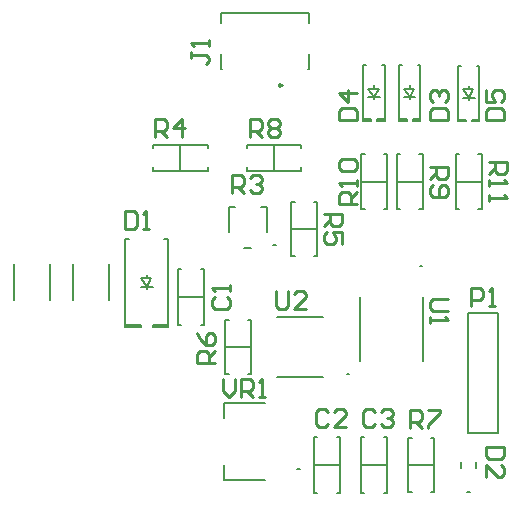
<source format=gto>
G04*
G04 #@! TF.GenerationSoftware,Altium Limited,Altium Designer,21.0.9 (235)*
G04*
G04 Layer_Color=65535*
%FSLAX25Y25*%
%MOIN*%
G70*
G04*
G04 #@! TF.SameCoordinates,00BE4CDB-2B82-4C1F-9587-948FEC39E08D*
G04*
G04*
G04 #@! TF.FilePolarity,Positive*
G04*
G01*
G75*
%ADD10C,0.00984*%
%ADD11C,0.00787*%
%ADD12C,0.00500*%
%ADD13C,0.00591*%
%ADD14C,0.01000*%
D10*
X217224Y376673D02*
X216486Y377099D01*
Y376247D01*
X217224Y376673D01*
D11*
X264114Y316299D02*
X263327D01*
X264114D01*
X223228Y248819D02*
X222441D01*
X223228D01*
X239724Y280295D02*
X238937D01*
X239724D01*
X279921Y240945D02*
X279134D01*
X279921D01*
X215158Y323425D02*
X214370D01*
X215158D01*
X279449Y300590D02*
X289449D01*
Y260591D02*
Y300590D01*
X279449Y260591D02*
Y300590D01*
Y260591D02*
X289449D01*
X226358Y397394D02*
Y400590D01*
X226359Y382105D02*
Y386858D01*
X225842Y382105D02*
X226359D01*
X196869Y382086D02*
X197382D01*
X196869Y382087D02*
Y386858D01*
Y397394D02*
Y400591D01*
X196870Y400590D02*
X226358D01*
X183465Y348031D02*
Y356693D01*
X192520Y355512D02*
Y356693D01*
X174409D02*
X192520D01*
X174409Y355512D02*
Y356693D01*
Y348031D02*
Y349213D01*
Y348031D02*
X192520D01*
Y349213D01*
X214567Y348031D02*
Y356693D01*
X205512Y348031D02*
Y349213D01*
Y348031D02*
X223622D01*
Y349213D01*
Y355512D02*
Y356693D01*
X205512D02*
X223622D01*
X205512Y355512D02*
Y356693D01*
X147540Y304921D02*
Y317126D01*
X159548Y304921D02*
Y317126D01*
X127855Y304921D02*
Y317126D01*
X139863Y304921D02*
Y317126D01*
X198425Y280315D02*
X199606D01*
X198425D02*
Y298425D01*
X199606D01*
X205906D02*
X207087D01*
Y280315D02*
Y298425D01*
X205906Y280315D02*
X207087D01*
X198425Y289370D02*
X207087D01*
X227953Y337795D02*
X229134D01*
Y319685D02*
Y337795D01*
X227953Y319685D02*
X229134D01*
X220472D02*
X221654D01*
X220472D02*
Y337795D01*
X221654D01*
X220472Y328740D02*
X229134D01*
X172244Y312205D02*
Y313386D01*
Y308661D02*
Y309449D01*
X170276Y312205D02*
X173819D01*
X170276D02*
X172244Y309449D01*
X173819Y312205D01*
X170276Y309449D02*
X174213D01*
X179331Y296063D02*
Y325197D01*
X178051D02*
X179331D01*
X174213Y296063D02*
X179331D01*
X165157Y325197D02*
X166437D01*
X174213Y296063D02*
Y296654D01*
X179331D01*
X165157D02*
X170276D01*
Y296063D02*
Y296654D01*
X165157Y296063D02*
Y325197D01*
Y296063D02*
X170276D01*
X257874Y372736D02*
X261811D01*
X259842D02*
X261417Y375492D01*
X257874D02*
X259842Y372736D01*
X257874Y375492D02*
X261417D01*
X259842Y371949D02*
Y372736D01*
Y375492D02*
Y376673D01*
X277559Y372441D02*
X281496D01*
X279528D02*
X281102Y375197D01*
X277559D02*
X279528Y372441D01*
X277559Y375197D02*
X281102D01*
X279528Y371654D02*
Y372441D01*
Y375197D02*
Y376378D01*
X275197Y335433D02*
X276378D01*
X275197D02*
Y353543D01*
X276378D01*
X282677D02*
X283858D01*
Y335433D02*
Y353543D01*
X282677Y335433D02*
X283858D01*
X275197Y344488D02*
X283858D01*
X255512Y335433D02*
X256693D01*
X255512D02*
Y353543D01*
X256693D01*
X262992D02*
X264173D01*
Y335433D02*
Y353543D01*
X262992Y335433D02*
X264173D01*
X255512Y344488D02*
X264173D01*
X246063Y372736D02*
X250000D01*
X248031D02*
X249606Y375492D01*
X246063D02*
X248031Y372736D01*
X246063Y375492D02*
X249606D01*
X248031Y371949D02*
Y372736D01*
Y375492D02*
Y376673D01*
X243701Y335433D02*
X244882D01*
X243701D02*
Y353543D01*
X244882D01*
X251181D02*
X252362D01*
Y335433D02*
Y353543D01*
X251181Y335433D02*
X252362D01*
X243701Y344488D02*
X252362D01*
X259449Y240945D02*
X260630D01*
X259449D02*
Y259055D01*
X260630D01*
X266929D02*
X268110D01*
Y240945D02*
Y259055D01*
X266929Y240945D02*
X268110D01*
X259449Y250000D02*
X268110D01*
D12*
X264469Y284646D02*
Y305906D01*
X243406Y284646D02*
Y305906D01*
X197835Y245079D02*
Y249961D01*
Y245079D02*
X211614D01*
X197835Y265787D02*
Y270669D01*
X211614D01*
X215748Y299311D02*
X231102D01*
X215748Y279429D02*
X231102D01*
X277067Y249095D02*
Y250905D01*
X281988Y249095D02*
Y250905D01*
X212205Y327809D02*
Y336024D01*
X204778Y322244D02*
X207033D01*
X199606Y327809D02*
Y336024D01*
X201496D01*
X210315D02*
X212205D01*
D13*
X190453Y296752D02*
X191437D01*
Y315453D01*
X190453D02*
X191437D01*
X182579D02*
X183563D01*
X182579Y296752D02*
Y315453D01*
Y296752D02*
X183563D01*
X182579Y306102D02*
X191437D01*
X256236Y383366D02*
X257185D01*
X256236Y365311D02*
Y383366D01*
Y364811D02*
Y365311D01*
Y364811D02*
X258842D01*
Y365311D01*
X256236D02*
X258842D01*
X260842D02*
X263449D01*
X260842Y364811D02*
Y365311D01*
Y364811D02*
X263449D01*
Y365311D01*
Y383366D01*
X262500D02*
X263449D01*
X275921Y383071D02*
X276870D01*
X275921Y365016D02*
Y383071D01*
Y364516D02*
Y365016D01*
Y364516D02*
X278528D01*
Y365016D01*
X275921D02*
X278528D01*
X280528D02*
X283134D01*
X280528Y364516D02*
Y365016D01*
Y364516D02*
X283134D01*
Y365016D01*
Y383071D01*
X282185D02*
X283134D01*
X244425Y383366D02*
X245374D01*
X244425Y365311D02*
Y383366D01*
Y364811D02*
Y365311D01*
Y364811D02*
X247031D01*
Y365311D01*
X244425D02*
X247031D01*
X249031D02*
X251638D01*
X249031Y364811D02*
Y365311D01*
Y364811D02*
X251638D01*
Y365311D01*
Y383366D01*
X250689D02*
X251638D01*
X251476Y240650D02*
X252461D01*
Y259350D01*
X251476D02*
X252461D01*
X243602D02*
X244587D01*
X243602Y240650D02*
Y259350D01*
Y240650D02*
X244587D01*
X243602Y250000D02*
X252461D01*
X227854D02*
X236713D01*
X227854Y240650D02*
X228839D01*
X227854D02*
Y259350D01*
X228839D01*
X235728D02*
X236713D01*
Y240650D02*
Y259350D01*
X235728Y240650D02*
X236713D01*
D14*
X186962Y387795D02*
Y385796D01*
Y386796D01*
X191960D01*
X192960Y385796D01*
Y384796D01*
X191960Y383797D01*
X192960Y389795D02*
Y391794D01*
Y390794D01*
X186962D01*
X187961Y389795D01*
X197727Y278590D02*
Y274591D01*
X199726Y272591D01*
X201725Y274591D01*
Y278590D01*
X203725Y272591D02*
Y278590D01*
X206724D01*
X207723Y277590D01*
Y275591D01*
X206724Y274591D01*
X203725D01*
X205724D02*
X207723Y272591D01*
X209723D02*
X211722D01*
X210722D01*
Y278590D01*
X209723Y277590D01*
X215474Y308117D02*
Y303119D01*
X216474Y302119D01*
X218473D01*
X219473Y303119D01*
Y308117D01*
X225471Y302119D02*
X221472D01*
X225471Y306118D01*
Y307118D01*
X224471Y308117D01*
X222472D01*
X221472Y307118D01*
X272684Y305180D02*
X267686D01*
X266686Y304180D01*
Y302181D01*
X267686Y301181D01*
X272684D01*
X266686Y299182D02*
Y297182D01*
Y298182D01*
X272684D01*
X271684Y299182D01*
X200710Y340505D02*
Y346503D01*
X203709D01*
X204709Y345503D01*
Y343504D01*
X203709Y342504D01*
X200710D01*
X202710D02*
X204709Y340505D01*
X206708Y345503D02*
X207708Y346503D01*
X209707D01*
X210707Y345503D01*
Y344504D01*
X209707Y343504D01*
X208708D01*
X209707D01*
X210707Y342504D01*
Y341505D01*
X209707Y340505D01*
X207708D01*
X206708Y341505D01*
X286371Y350986D02*
X292369D01*
Y347987D01*
X291369Y346987D01*
X289370D01*
X288370Y347987D01*
Y350986D01*
Y348987D02*
X286371Y346987D01*
Y344988D02*
Y342989D01*
Y343988D01*
X292369D01*
X291369Y344988D01*
X286371Y339990D02*
Y337990D01*
Y338990D01*
X292369D01*
X291369Y339990D01*
X242172Y336991D02*
X236174D01*
Y339990D01*
X237174Y340989D01*
X239173D01*
X240173Y339990D01*
Y336991D01*
Y338990D02*
X242172Y340989D01*
Y342989D02*
Y344988D01*
Y343988D01*
X236174D01*
X237174Y342989D01*
Y347987D02*
X236174Y348987D01*
Y350986D01*
X237174Y351986D01*
X241173D01*
X242172Y350986D01*
Y348987D01*
X241173Y347987D01*
X237174D01*
X266686Y349487D02*
X272684D01*
Y346487D01*
X271684Y345488D01*
X269685D01*
X268685Y346487D01*
Y349487D01*
Y347487D02*
X266686Y345488D01*
X267686Y343489D02*
X266686Y342489D01*
Y340490D01*
X267686Y339490D01*
X271684D01*
X272684Y340490D01*
Y342489D01*
X271684Y343489D01*
X270685D01*
X269685Y342489D01*
Y339490D01*
X206616Y359206D02*
Y365204D01*
X209615D01*
X210614Y364204D01*
Y362205D01*
X209615Y361205D01*
X206616D01*
X208615D02*
X210614Y359206D01*
X212614Y364204D02*
X213614Y365204D01*
X215613D01*
X216613Y364204D01*
Y363204D01*
X215613Y362205D01*
X216613Y361205D01*
Y360205D01*
X215613Y359206D01*
X213614D01*
X212614Y360205D01*
Y361205D01*
X213614Y362205D01*
X212614Y363204D01*
Y364204D01*
X213614Y362205D02*
X215613D01*
X260100Y262400D02*
Y268398D01*
X263099D01*
X264099Y267398D01*
Y265399D01*
X263099Y264399D01*
X260100D01*
X262099D02*
X264099Y262400D01*
X266098Y268398D02*
X270097D01*
Y267398D01*
X266098Y263400D01*
Y262400D01*
X194928Y283978D02*
X188930D01*
Y286977D01*
X189930Y287977D01*
X191929D01*
X192929Y286977D01*
Y283978D01*
Y285977D02*
X194928Y287977D01*
X188930Y293975D02*
X189930Y291975D01*
X191929Y289976D01*
X193929D01*
X194928Y290976D01*
Y292975D01*
X193929Y293975D01*
X192929D01*
X191929Y292975D01*
Y289976D01*
X231253Y333738D02*
X237251D01*
Y330739D01*
X236251Y329740D01*
X234252D01*
X233252Y330739D01*
Y333738D01*
Y331739D02*
X231253Y329740D01*
X237251Y323742D02*
Y327741D01*
X234252D01*
X235252Y325741D01*
Y324741D01*
X234252Y323742D01*
X232253D01*
X231253Y324741D01*
Y326741D01*
X232253Y327741D01*
X175120Y359206D02*
Y365204D01*
X178119D01*
X179118Y364204D01*
Y362205D01*
X178119Y361205D01*
X175120D01*
X177119D02*
X179118Y359206D01*
X184117D02*
Y365204D01*
X181118Y362205D01*
X185117D01*
X280450Y303103D02*
Y309101D01*
X283449D01*
X284449Y308102D01*
Y306102D01*
X283449Y305103D01*
X280450D01*
X286448Y303103D02*
X288447D01*
X287448D01*
Y309101D01*
X286448Y308102D01*
X285387Y365080D02*
X291385D01*
Y368079D01*
X290385Y369079D01*
X286386D01*
X285387Y368079D01*
Y365080D01*
Y375077D02*
Y371078D01*
X288386D01*
X287386Y373078D01*
Y374077D01*
X288386Y375077D01*
X290385D01*
X291385Y374077D01*
Y372078D01*
X290385Y371078D01*
X236174Y365080D02*
X242172D01*
Y368079D01*
X241173Y369079D01*
X237174D01*
X236174Y368079D01*
Y365080D01*
X242172Y374077D02*
X236174D01*
X239173Y371078D01*
Y375077D01*
X266686Y365080D02*
X272684D01*
Y368079D01*
X271684Y369079D01*
X267686D01*
X266686Y368079D01*
Y365080D01*
X267686Y371078D02*
X266686Y372078D01*
Y374077D01*
X267686Y375077D01*
X268685D01*
X269685Y374077D01*
Y373078D01*
Y374077D01*
X270685Y375077D01*
X271684D01*
X272684Y374077D01*
Y372078D01*
X271684Y371078D01*
X291385Y255983D02*
X285387D01*
Y252984D01*
X286386Y251984D01*
X290385D01*
X291385Y252984D01*
Y255983D01*
X285387Y245986D02*
Y249985D01*
X289386Y245986D01*
X290385D01*
X291385Y246986D01*
Y248985D01*
X290385Y249985D01*
X164900Y334698D02*
Y328700D01*
X167899D01*
X168899Y329700D01*
Y333698D01*
X167899Y334698D01*
X164900D01*
X170898Y328700D02*
X172897D01*
X171898D01*
Y334698D01*
X170898Y333698D01*
X248299Y267630D02*
X247299Y268630D01*
X245300D01*
X244300Y267630D01*
Y263631D01*
X245300Y262632D01*
X247299D01*
X248299Y263631D01*
X250298Y267630D02*
X251298Y268630D01*
X253297D01*
X254297Y267630D01*
Y266630D01*
X253297Y265631D01*
X252297D01*
X253297D01*
X254297Y264631D01*
Y263631D01*
X253297Y262632D01*
X251298D01*
X250298Y263631D01*
X232599Y267630D02*
X231599Y268630D01*
X229600D01*
X228600Y267630D01*
Y263631D01*
X229600Y262632D01*
X231599D01*
X232599Y263631D01*
X238597Y262632D02*
X234598D01*
X238597Y266630D01*
Y267630D01*
X237597Y268630D01*
X235598D01*
X234598Y267630D01*
X194851Y306102D02*
X193851Y305103D01*
Y303103D01*
X194851Y302104D01*
X198850D01*
X199849Y303103D01*
Y305103D01*
X198850Y306102D01*
X199849Y308102D02*
Y310101D01*
Y309101D01*
X193851D01*
X194851Y308102D01*
M02*

</source>
